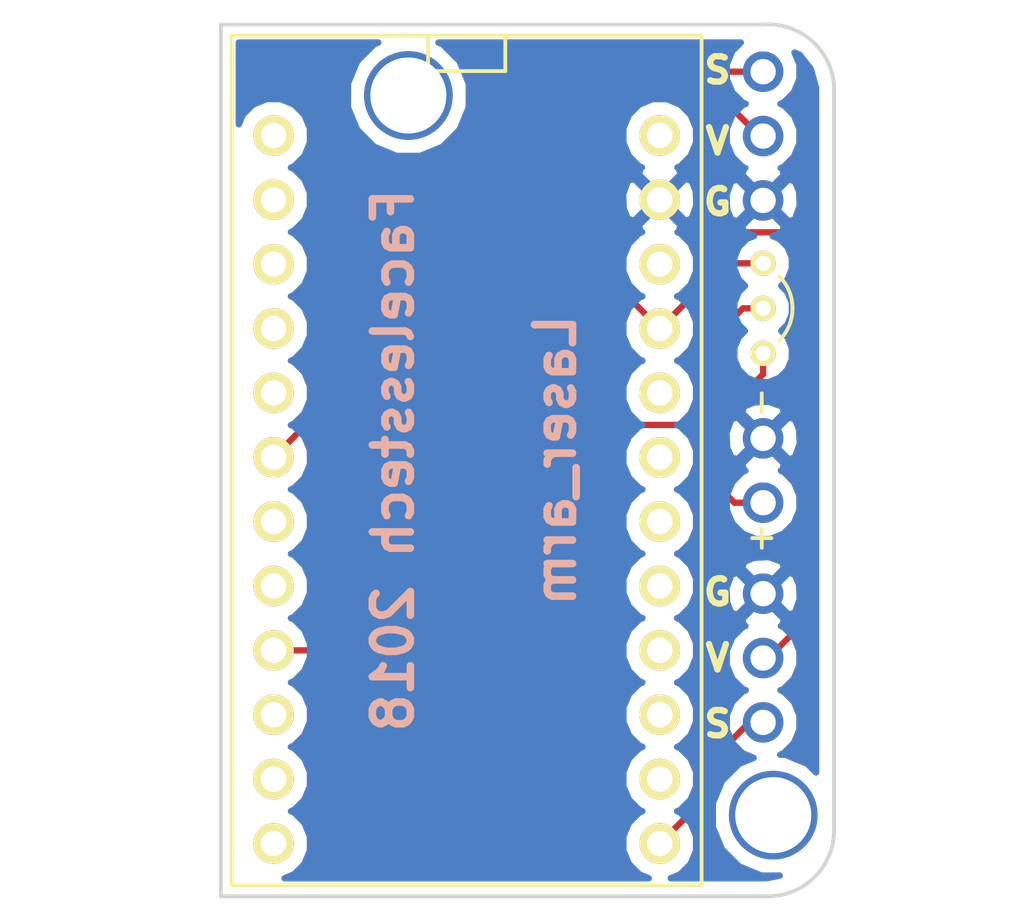
<source format=kicad_pcb>
(kicad_pcb (version 4) (host pcbnew 4.0.5+dfsg1-4)

  (general
    (links 10)
    (no_connects 0)
    (area 130.009523 86.704 170.590477 123.196)
    (thickness 1.6)
    (drawings 14)
    (tracks 40)
    (zones 0)
    (modules 10)
    (nets 26)
  )

  (page A4)
  (layers
    (0 F.Cu signal)
    (31 B.Cu signal)
    (32 B.Adhes user)
    (33 F.Adhes user)
    (34 B.Paste user)
    (35 F.Paste user)
    (36 B.SilkS user)
    (37 F.SilkS user)
    (38 B.Mask user)
    (39 F.Mask user)
    (40 Dwgs.User user)
    (41 Cmts.User user)
    (42 Eco1.User user)
    (43 Eco2.User user)
    (44 Edge.Cuts user)
    (45 Margin user)
    (46 B.CrtYd user)
    (47 F.CrtYd user)
    (48 B.Fab user)
    (49 F.Fab user)
  )

  (setup
    (last_trace_width 0.25)
    (trace_clearance 0.2)
    (zone_clearance 0.508)
    (zone_45_only no)
    (trace_min 0.2)
    (segment_width 0.2)
    (edge_width 0.15)
    (via_size 0.6)
    (via_drill 0.4)
    (via_min_size 0.4)
    (via_min_drill 0.3)
    (uvia_size 0.3)
    (uvia_drill 0.1)
    (uvias_allowed no)
    (uvia_min_size 0.2)
    (uvia_min_drill 0.1)
    (pcb_text_width 0.3)
    (pcb_text_size 1.5 1.5)
    (mod_edge_width 0.15)
    (mod_text_size 1 1)
    (mod_text_width 0.15)
    (pad_size 1.524 1.524)
    (pad_drill 0.762)
    (pad_to_mask_clearance 0.2)
    (aux_axis_origin 0 0)
    (visible_elements FFFFFF7F)
    (pcbplotparams
      (layerselection 0x010f0_80000001)
      (usegerberextensions false)
      (excludeedgelayer true)
      (linewidth 0.100000)
      (plotframeref false)
      (viasonmask false)
      (mode 1)
      (useauxorigin false)
      (hpglpennumber 1)
      (hpglpenspeed 20)
      (hpglpendiameter 15)
      (hpglpenoverlay 2)
      (psnegative false)
      (psa4output false)
      (plotreference true)
      (plotvalue true)
      (plotinvisibletext false)
      (padsonsilk false)
      (subtractmaskfromsilk false)
      (outputformat 1)
      (mirror false)
      (drillshape 0)
      (scaleselection 1)
      (outputdirectory gerbers/))
  )

  (net 0 "")
  (net 1 "Net-(Q1-Pad2)")
  (net 2 "Net-(Q1-Pad3)")
  (net 3 "Net-(Q1-Pad1)")
  (net 4 "Net-(U2-Pad12)")
  (net 5 "Net-(U2-Pad11)")
  (net 6 "Net-(U2-Pad13)")
  (net 7 "Net-(U2-Pad10)")
  (net 8 "Net-(U2-Pad8)")
  (net 9 "Net-(U2-Pad7)")
  (net 10 "Net-(U1-Pad3)")
  (net 11 "Net-(U2-Pad5)")
  (net 12 "Net-(U2-Pad4)")
  (net 13 "Net-(U2-Pad3)")
  (net 14 "Net-(U2-Pad2)")
  (net 15 "Net-(U2-Pad1)")
  (net 16 "Net-(U2-Pad14)")
  (net 17 "Net-(U2-Pad15)")
  (net 18 "Net-(U2-Pad16)")
  (net 19 "Net-(U2-Pad17)")
  (net 20 "Net-(U2-Pad18)")
  (net 21 "Net-(U2-Pad19)")
  (net 22 "Net-(U2-Pad20)")
  (net 23 "Net-(U2-Pad22)")
  (net 24 "Net-(U1-Pad1)")
  (net 25 "Net-(U2-Pad24)")

  (net_class Default "This is the default net class."
    (clearance 0.2)
    (trace_width 0.25)
    (via_dia 0.6)
    (via_drill 0.4)
    (uvia_dia 0.3)
    (uvia_drill 0.1)
    (add_net "Net-(Q1-Pad1)")
    (add_net "Net-(Q1-Pad2)")
    (add_net "Net-(Q1-Pad3)")
    (add_net "Net-(U1-Pad1)")
    (add_net "Net-(U1-Pad3)")
    (add_net "Net-(U2-Pad1)")
    (add_net "Net-(U2-Pad10)")
    (add_net "Net-(U2-Pad11)")
    (add_net "Net-(U2-Pad12)")
    (add_net "Net-(U2-Pad13)")
    (add_net "Net-(U2-Pad14)")
    (add_net "Net-(U2-Pad15)")
    (add_net "Net-(U2-Pad16)")
    (add_net "Net-(U2-Pad17)")
    (add_net "Net-(U2-Pad18)")
    (add_net "Net-(U2-Pad19)")
    (add_net "Net-(U2-Pad2)")
    (add_net "Net-(U2-Pad20)")
    (add_net "Net-(U2-Pad22)")
    (add_net "Net-(U2-Pad24)")
    (add_net "Net-(U2-Pad3)")
    (add_net "Net-(U2-Pad4)")
    (add_net "Net-(U2-Pad5)")
    (add_net "Net-(U2-Pad7)")
    (add_net "Net-(U2-Pad8)")
  )

  (module 2N2222:2N2222 (layer F.Cu) (tedit 5A675433) (tstamp 5A637652)
    (at 160.2 99 270)
    (path /5A6374E0)
    (fp_text reference Q1 (at 0 -1.778 270) (layer F.SilkS) hide
      (effects (font (size 1 1) (thickness 0.15)))
    )
    (fp_text value 2N2222 (at 0 2.286 270) (layer F.SilkS) hide
      (effects (font (size 1 1) (thickness 0.15)))
    )
    (fp_arc (start 0 0.635) (end -1.27 -0.635) (angle 90) (layer F.SilkS) (width 0.15))
    (pad 2 thru_hole circle (at 0 0 270) (size 1 1) (drill 0.6) (layers *.Cu *.Mask F.SilkS)
      (net 1 "Net-(Q1-Pad2)"))
    (pad 3 thru_hole circle (at 1.778 0 270) (size 1 1) (drill 0.6) (layers *.Cu *.Mask F.SilkS)
      (net 2 "Net-(Q1-Pad3)"))
    (pad 1 thru_hole circle (at -1.778 0 270) (size 1 1) (drill 0.6) (layers *.Cu *.Mask F.SilkS)
      (net 3 "Net-(Q1-Pad1)"))
  )

  (module arduino_leonard_custom:arduino_leonardo (layer F.Cu) (tedit 5A686AA2) (tstamp 5A63766E)
    (at 148.5011 105.0036)
    (path /5A637048)
    (fp_text reference U2 (at 3.175 0 90) (layer F.SilkS) hide
      (effects (font (size 1 1) (thickness 0.15)))
    )
    (fp_text value ARDUINO_PRO_MICRO (at -3.048 0 90) (layer F.SilkS) hide
      (effects (font (size 1 1) (thickness 0.15)))
    )
    (fp_line (start -1.524 -16.764) (end -1.524 -15.367) (layer F.SilkS) (width 0.15))
    (fp_line (start -1.524 -15.367) (end 1.524 -15.367) (layer F.SilkS) (width 0.15))
    (fp_line (start 1.524 -15.367) (end 1.524 -16.764) (layer F.SilkS) (width 0.15))
    (fp_line (start 9.144 -16.764) (end 9.271 -16.764) (layer F.SilkS) (width 0.15))
    (fp_line (start 9.271 -16.764) (end 9.271 16.764) (layer F.SilkS) (width 0.15))
    (fp_line (start 9.271 16.764) (end -9.271 16.764) (layer F.SilkS) (width 0.15))
    (fp_line (start -9.271 16.764) (end -9.271 -16.764) (layer F.SilkS) (width 0.15))
    (fp_line (start -9.271 -16.764) (end 9.144 -16.764) (layer F.SilkS) (width 0.15))
    (pad 12 thru_hole circle (at -7.62 15.113) (size 1.6 1.6) (drill 1) (layers *.Cu *.Mask F.SilkS)
      (net 4 "Net-(U2-Pad12)"))
    (pad 11 thru_hole circle (at -7.62 12.573) (size 1.6 1.6) (drill 1) (layers *.Cu *.Mask F.SilkS)
      (net 5 "Net-(U2-Pad11)"))
    (pad 13 thru_hole circle (at 7.62 15.113) (size 1.6 1.6) (drill 1) (layers *.Cu *.Mask F.SilkS)
      (net 6 "Net-(U2-Pad13)"))
    (pad 10 thru_hole circle (at -7.62 10.033) (size 1.6 1.6) (drill 1) (layers *.Cu *.Mask F.SilkS)
      (net 7 "Net-(U2-Pad10)"))
    (pad 9 thru_hole circle (at -7.62 7.493) (size 1.6 1.6) (drill 1) (layers *.Cu *.Mask F.SilkS)
      (net 1 "Net-(Q1-Pad2)"))
    (pad 8 thru_hole circle (at -7.62 4.953) (size 1.6 1.6) (drill 1) (layers *.Cu *.Mask F.SilkS)
      (net 8 "Net-(U2-Pad8)"))
    (pad 7 thru_hole circle (at -7.62 2.413) (size 1.6 1.6) (drill 1) (layers *.Cu *.Mask F.SilkS)
      (net 9 "Net-(U2-Pad7)"))
    (pad 6 thru_hole circle (at -7.62 -0.127) (size 1.6 1.6) (drill 1) (layers *.Cu *.Mask F.SilkS)
      (net 10 "Net-(U1-Pad3)"))
    (pad 5 thru_hole circle (at -7.62 -2.667) (size 1.6 1.6) (drill 1) (layers *.Cu *.Mask F.SilkS)
      (net 11 "Net-(U2-Pad5)"))
    (pad 4 thru_hole circle (at -7.62 -5.207) (size 1.6 1.6) (drill 1) (layers *.Cu *.Mask F.SilkS)
      (net 12 "Net-(U2-Pad4)"))
    (pad 3 thru_hole circle (at -7.62 -7.747) (size 1.6 1.6) (drill 1) (layers *.Cu *.Mask F.SilkS)
      (net 13 "Net-(U2-Pad3)"))
    (pad 2 thru_hole circle (at -7.62 -10.287) (size 1.6 1.6) (drill 1) (layers *.Cu *.Mask F.SilkS)
      (net 14 "Net-(U2-Pad2)"))
    (pad 1 thru_hole circle (at -7.62 -12.827) (size 1.6 1.6) (drill 1) (layers *.Cu *.Mask F.SilkS)
      (net 15 "Net-(U2-Pad1)"))
    (pad 14 thru_hole circle (at 7.62 12.573) (size 1.6 1.6) (drill 1) (layers *.Cu *.Mask F.SilkS)
      (net 16 "Net-(U2-Pad14)"))
    (pad 15 thru_hole circle (at 7.62 10.033) (size 1.6 1.6) (drill 1) (layers *.Cu *.Mask F.SilkS)
      (net 17 "Net-(U2-Pad15)"))
    (pad 16 thru_hole circle (at 7.62 7.493) (size 1.6 1.6) (drill 1) (layers *.Cu *.Mask F.SilkS)
      (net 18 "Net-(U2-Pad16)"))
    (pad 17 thru_hole circle (at 7.62 4.953) (size 1.6 1.6) (drill 1) (layers *.Cu *.Mask F.SilkS)
      (net 19 "Net-(U2-Pad17)"))
    (pad 18 thru_hole circle (at 7.62 2.413) (size 1.6 1.6) (drill 1) (layers *.Cu *.Mask F.SilkS)
      (net 20 "Net-(U2-Pad18)"))
    (pad 19 thru_hole circle (at 7.62 -0.127) (size 1.6 1.6) (drill 1) (layers *.Cu *.Mask F.SilkS)
      (net 21 "Net-(U2-Pad19)"))
    (pad 20 thru_hole circle (at 7.62 -2.667) (size 1.6 1.6) (drill 1) (layers *.Cu *.Mask F.SilkS)
      (net 22 "Net-(U2-Pad20)"))
    (pad 21 thru_hole circle (at 7.62 -5.207) (size 1.6 1.6) (drill 1) (layers *.Cu *.Mask F.SilkS)
      (net 3 "Net-(Q1-Pad1)"))
    (pad 22 thru_hole circle (at 7.62 -7.747) (size 1.6 1.6) (drill 1) (layers *.Cu *.Mask F.SilkS)
      (net 23 "Net-(U2-Pad22)"))
    (pad 23 thru_hole circle (at 7.62 -10.287) (size 1.6 1.6) (drill 1) (layers *.Cu *.Mask F.SilkS)
      (net 24 "Net-(U1-Pad1)"))
    (pad 24 thru_hole circle (at 7.62 -12.827) (size 1.6 1.6) (drill 1) (layers *.Cu *.Mask F.SilkS)
      (net 25 "Net-(U2-Pad24)"))
  )

  (module laser_custom:laser_custom (layer F.Cu) (tedit 5A637965) (tstamp 5A63794F)
    (at 160.2 105.4 90)
    (path /5A637731)
    (fp_text reference U4 (at 0 2.286 90) (layer F.SilkS) hide
      (effects (font (size 1 1) (thickness 0.15)))
    )
    (fp_text value laser_custom (at 0 -1.651 90) (layer F.Fab) hide
      (effects (font (size 1 1) (thickness 0.15)))
    )
    (fp_text user + (at -2.667 -0.127 90) (layer F.SilkS)
      (effects (font (size 1 1) (thickness 0.15)))
    )
    (fp_text user - (at 2.667 -0.127 90) (layer F.SilkS)
      (effects (font (size 1 1) (thickness 0.15)))
    )
    (pad 1 thru_hole circle (at -1.27 0 90) (size 1.6 1.6) (drill 1) (layers *.Cu *.Mask)
      (net 2 "Net-(Q1-Pad3)"))
    (pad 2 thru_hole circle (at 1.27 0 90) (size 1.6 1.6) (drill 1) (layers *.Cu *.Mask)
      (net 24 "Net-(U1-Pad1)"))
  )

  (module servo_custom:servo_custom (layer F.Cu) (tedit 5A67541D) (tstamp 5A6752C5)
    (at 160.2 112.8 270)
    (path /5A637441)
    (fp_text reference U3 (at 0 2.413 270) (layer F.SilkS) hide
      (effects (font (size 1 1) (thickness 0.15)))
    )
    (fp_text value servo_custom (at 0 -2.286 270) (layer F.Fab) hide
      (effects (font (size 1 1) (thickness 0.15)))
    )
    (pad 2 thru_hole circle (at 0 0 270) (size 1.6 1.6) (drill 1) (layers *.Cu *.Mask)
      (net 3 "Net-(Q1-Pad1)"))
    (pad 1 thru_hole circle (at -2.54 0 270) (size 1.6 1.6) (drill 1) (layers *.Cu *.Mask)
      (net 24 "Net-(U1-Pad1)"))
    (pad 3 thru_hole circle (at 2.54 0 270) (size 1.6 1.6) (drill 1) (layers *.Cu *.Mask)
      (net 6 "Net-(U2-Pad13)"))
  )

  (module m3_hole_custom:m3_hole_custom (layer F.Cu) (tedit 5A6B09A2) (tstamp 5A9FBC50)
    (at 136.4 119.2)
    (fp_text reference REF** (at 0 2.921) (layer F.SilkS) hide
      (effects (font (size 1 1) (thickness 0.15)))
    )
    (fp_text value m3_hole_custom (at 0 -2.921) (layer F.Fab) hide
      (effects (font (size 1 1) (thickness 0.15)))
    )
  )

  (module m3_hole_custom:m3_hole_custom (layer F.Cu) (tedit 5A6B0B2D) (tstamp 5A9FBC59)
    (at 164.2 90.6)
    (fp_text reference REF** (at 0 2.921) (layer F.SilkS) hide
      (effects (font (size 1 1) (thickness 0.15)))
    )
    (fp_text value m3_hole_custom (at 0 -2.921) (layer F.Fab) hide
      (effects (font (size 1 1) (thickness 0.15)))
    )
  )

  (module m3_hole_custom:m3_hole_custom (layer F.Cu) (tedit 5A6B09AE) (tstamp 5A9FBC67)
    (at 136.4 90.6)
    (fp_text reference REF** (at 0 2.921) (layer F.SilkS) hide
      (effects (font (size 1 1) (thickness 0.15)))
    )
    (fp_text value m3_hole_custom (at 0 -2.921) (layer F.Fab) hide
      (effects (font (size 1 1) (thickness 0.15)))
    )
  )

  (module m3_hole_custom:m3_hole_custom (layer F.Cu) (tedit 5A686703) (tstamp 5A9FBC70)
    (at 160.6 119)
    (fp_text reference REF** (at 0 2.921) (layer F.SilkS) hide
      (effects (font (size 1 1) (thickness 0.15)))
    )
    (fp_text value m3_hole_custom (at 0 -2.921) (layer F.Fab) hide
      (effects (font (size 1 1) (thickness 0.15)))
    )
    (pad 1 thru_hole circle (at 0 0) (size 3.5 3.5) (drill 3) (layers *.Cu *.Mask))
  )

  (module servo_custom:servo_custom (layer F.Cu) (tedit 5A68699D) (tstamp 5A9FBCE0)
    (at 160.2 92.2 90)
    (path /5A6373D8)
    (fp_text reference U1 (at 0 2.413 90) (layer F.SilkS) hide
      (effects (font (size 1 1) (thickness 0.15)))
    )
    (fp_text value servo_custom (at 0 -2.286 90) (layer F.Fab) hide
      (effects (font (size 1 1) (thickness 0.15)))
    )
    (pad 2 thru_hole circle (at 0 0 90) (size 1.6 1.6) (drill 1) (layers *.Cu *.Mask)
      (net 3 "Net-(Q1-Pad1)"))
    (pad 1 thru_hole circle (at -2.54 0 90) (size 1.6 1.6) (drill 1) (layers *.Cu *.Mask)
      (net 24 "Net-(U1-Pad1)"))
    (pad 3 thru_hole circle (at 2.54 0 90) (size 1.6 1.6) (drill 1) (layers *.Cu *.Mask)
      (net 10 "Net-(U1-Pad3)"))
  )

  (module m3_hole_custom:m3_hole_custom (layer F.Cu) (tedit 5A6B0F63) (tstamp 5A6E5DAB)
    (at 146.2 90.6)
    (fp_text reference REF** (at 0 2.921) (layer F.SilkS) hide
      (effects (font (size 1 1) (thickness 0.15)))
    )
    (fp_text value m3_hole_custom (at 0 -2.921) (layer F.Fab) hide
      (effects (font (size 1 1) (thickness 0.15)))
    )
    (pad 1 thru_hole circle (at 0 0) (size 3.5 3.5) (drill 3) (layers *.Cu *.Mask))
  )

  (gr_line (start 160.2 87.8) (end 138.8 87.8) (angle 90) (layer Edge.Cuts) (width 0.15))
  (gr_line (start 163 119.6) (end 163 90.2) (angle 90) (layer Edge.Cuts) (width 0.15))
  (gr_line (start 160.4 122.2) (end 138.8 122.2) (angle 90) (layer Edge.Cuts) (width 0.15))
  (gr_line (start 138.8 87.8) (end 138.8 122.2) (angle 90) (layer Edge.Cuts) (width 0.15))
  (gr_text Laser_arm (at 152 105 90) (layer B.SilkS)
    (effects (font (size 1.5 1.5) (thickness 0.3)) (justify mirror))
  )
  (gr_text "Facelesstech 2018" (at 145.6 105 90) (layer B.SilkS)
    (effects (font (size 1.5 1.5) (thickness 0.3)) (justify mirror))
  )
  (gr_text S (at 158.4 115.4) (layer F.SilkS)
    (effects (font (size 1 1) (thickness 0.25)))
  )
  (gr_text V (at 158.4 112.8) (layer F.SilkS)
    (effects (font (size 1 1) (thickness 0.25)))
  )
  (gr_text G (at 158.4 110.2) (layer F.SilkS)
    (effects (font (size 1 1) (thickness 0.25)))
  )
  (gr_text G (at 158.4 94.8) (layer F.SilkS)
    (effects (font (size 1 1) (thickness 0.25)))
  )
  (gr_text V (at 158.4 92.4) (layer F.SilkS)
    (effects (font (size 1 1) (thickness 0.25)))
  )
  (gr_text S (at 158.4 89.6) (layer F.SilkS)
    (effects (font (size 1 1) (thickness 0.25)))
  )
  (gr_arc (start 160.4 90.4) (end 160.2 87.8) (angle 90) (layer Edge.Cuts) (width 0.15))
  (gr_arc (start 160.4 119.6) (end 163 119.6) (angle 90) (layer Edge.Cuts) (width 0.15))

  (segment (start 160.2 99) (end 159.4 99) (width 0.25) (layer F.Cu) (net 1))
  (segment (start 143.9034 112.4966) (end 140.8811 112.4966) (width 0.25) (layer F.Cu) (net 1) (tstamp 5A6E5E50))
  (segment (start 152.8 103.6) (end 143.9034 112.4966) (width 0.25) (layer F.Cu) (net 1) (tstamp 5A6E5E4E))
  (segment (start 157.2 103.6) (end 152.8 103.6) (width 0.25) (layer F.Cu) (net 1) (tstamp 5A6E5E4D))
  (segment (start 158 102.8) (end 157.2 103.6) (width 0.25) (layer F.Cu) (net 1) (tstamp 5A6E5E4C))
  (segment (start 158 100.4) (end 158 102.8) (width 0.25) (layer F.Cu) (net 1) (tstamp 5A6E5E4A))
  (segment (start 159.4 99) (end 158 100.4) (width 0.25) (layer F.Cu) (net 1) (tstamp 5A6E5E49))
  (segment (start 160.2 106.67) (end 159.07 106.67) (width 0.25) (layer F.Cu) (net 2))
  (segment (start 160.2 101.6) (end 160.2 100.778) (width 0.25) (layer F.Cu) (net 2) (tstamp 5A6E5E8A))
  (segment (start 158.2 103.6) (end 160.2 101.6) (width 0.25) (layer F.Cu) (net 2) (tstamp 5A6E5E88))
  (segment (start 158.2 105.8) (end 158.2 103.6) (width 0.25) (layer F.Cu) (net 2) (tstamp 5A6E5E87))
  (segment (start 159.07 106.67) (end 158.2 105.8) (width 0.25) (layer F.Cu) (net 2) (tstamp 5A6E5E86))
  (segment (start 160.2 97.222) (end 158.6957 97.222) (width 0.25) (layer F.Cu) (net 3))
  (segment (start 158.6957 97.222) (end 158.2 97.7177) (width 0.25) (layer F.Cu) (net 3) (tstamp 5A6E5E70))
  (segment (start 160.2 112.8) (end 160.4 112.8) (width 0.25) (layer F.Cu) (net 3))
  (segment (start 160.4 112.8) (end 162.2 111) (width 0.25) (layer F.Cu) (net 3) (tstamp 5A6E5E65))
  (segment (start 162.2 111) (end 162.2 96.8) (width 0.25) (layer F.Cu) (net 3) (tstamp 5A6E5E66))
  (segment (start 162.2 96.8) (end 161.4 96) (width 0.25) (layer F.Cu) (net 3) (tstamp 5A6E5E68))
  (segment (start 161.4 96) (end 159.2 96) (width 0.25) (layer F.Cu) (net 3) (tstamp 5A6E5E69))
  (segment (start 159.2 96) (end 158.2 97) (width 0.25) (layer F.Cu) (net 3) (tstamp 5A6E5E6A))
  (segment (start 158.2 97) (end 158.2 97.7177) (width 0.25) (layer F.Cu) (net 3) (tstamp 5A6E5E6B))
  (segment (start 158.2 97.7177) (end 156.1211 99.7966) (width 0.25) (layer F.Cu) (net 3) (tstamp 5A6E5E6D))
  (segment (start 160.2 92.2) (end 160.066598 92.2) (width 0.25) (layer F.Cu) (net 3))
  (segment (start 160.066598 92.2) (end 157.666598 89.8) (width 0.25) (layer F.Cu) (net 3) (tstamp 5A67532D))
  (segment (start 157.666598 89.8) (end 155.8 89.8) (width 0.25) (layer F.Cu) (net 3) (tstamp 5A67532E))
  (segment (start 155.8 89.8) (end 154.4 91.2) (width 0.25) (layer F.Cu) (net 3) (tstamp 5A67533B))
  (segment (start 154.4 91.2) (end 154.4 98.0755) (width 0.25) (layer F.Cu) (net 3) (tstamp 5A67533D))
  (segment (start 154.4 98.0755) (end 156.1211 99.7966) (width 0.25) (layer F.Cu) (net 3) (tstamp 5A67533F))
  (segment (start 156.1211 99.7966) (end 156.1966 99.7966) (width 0.25) (layer F.Cu) (net 3))
  (segment (start 160.2 115.34) (end 159.66 115.34) (width 0.25) (layer F.Cu) (net 6))
  (segment (start 159.66 115.34) (end 157.8 117.2) (width 0.25) (layer F.Cu) (net 6) (tstamp 5A6E5E54))
  (segment (start 157.8 117.2) (end 157.8 118.4377) (width 0.25) (layer F.Cu) (net 6) (tstamp 5A6E5E55))
  (segment (start 157.8 118.4377) (end 156.1211 120.1166) (width 0.25) (layer F.Cu) (net 6) (tstamp 5A6E5E57))
  (segment (start 156.1445 120.14) (end 156.1211 120.1166) (width 0.25) (layer F.Cu) (net 6) (tstamp 5A6751DA))
  (segment (start 160.2 89.66) (end 158.66 89.66) (width 0.25) (layer F.Cu) (net 10))
  (segment (start 153 92.7577) (end 140.8811 104.8766) (width 0.25) (layer F.Cu) (net 10) (tstamp 5A6E5DA3))
  (segment (start 153 90.8) (end 153 92.7577) (width 0.25) (layer F.Cu) (net 10) (tstamp 5A6E5DA1))
  (segment (start 154.8 89) (end 153 90.8) (width 0.25) (layer F.Cu) (net 10) (tstamp 5A6E5D9F))
  (segment (start 158 89) (end 154.8 89) (width 0.25) (layer F.Cu) (net 10) (tstamp 5A6E5D9E))
  (segment (start 158.66 89.66) (end 158 89) (width 0.25) (layer F.Cu) (net 10) (tstamp 5A6E5D9D))

  (zone (net 24) (net_name "Net-(U1-Pad1)") (layer B.Cu) (tstamp 5A6E5E47) (hatch edge 0.508)
    (connect_pads (clearance 0.508))
    (min_thickness 0.254)
    (fill yes (arc_segments 16) (thermal_gap 0.508) (thermal_bridge_width 0.508))
    (polygon
      (pts
        (xy 162.4 89.2) (xy 162.6 91) (xy 162.6 119.6) (xy 162 121.4) (xy 160.6 121.8)
        (xy 139.2 121.8) (xy 139.2 88.2) (xy 160.2 88.2)
      )
    )
    (filled_polygon
      (pts
        (xy 144.850771 88.576916) (xy 144.179274 89.247242) (xy 143.815415 90.123513) (xy 143.814587 91.072325) (xy 144.176916 91.949229)
        (xy 144.847242 92.620726) (xy 145.723513 92.984585) (xy 146.672325 92.985413) (xy 147.549229 92.623084) (xy 147.711809 92.460787)
        (xy 154.685852 92.460787) (xy 154.903857 92.9884) (xy 155.307177 93.392424) (xy 155.421868 93.440048) (xy 155.367095 93.462736)
        (xy 155.292961 93.708855) (xy 156.1211 94.536995) (xy 156.949239 93.708855) (xy 156.875105 93.462736) (xy 156.816846 93.441795)
        (xy 156.9329 93.393843) (xy 157.336924 92.990523) (xy 157.55585 92.463291) (xy 157.556348 91.892413) (xy 157.338343 91.3648)
        (xy 156.935023 90.960776) (xy 156.407791 90.74185) (xy 155.836913 90.741352) (xy 155.3093 90.959357) (xy 154.905276 91.362677)
        (xy 154.68635 91.889909) (xy 154.685852 92.460787) (xy 147.711809 92.460787) (xy 148.220726 91.952758) (xy 148.584585 91.076487)
        (xy 148.585413 90.127675) (xy 148.223084 89.250771) (xy 147.552758 88.579274) (xy 147.385927 88.51) (xy 159.32084 88.51)
        (xy 158.984176 88.846077) (xy 158.76525 89.373309) (xy 158.764752 89.944187) (xy 158.982757 90.4718) (xy 159.386077 90.875824)
        (xy 159.516215 90.929862) (xy 159.3882 90.982757) (xy 158.984176 91.386077) (xy 158.76525 91.913309) (xy 158.764752 92.484187)
        (xy 158.982757 93.0118) (xy 159.386077 93.415824) (xy 159.500768 93.463448) (xy 159.445995 93.486136) (xy 159.371861 93.732255)
        (xy 160.2 94.560395) (xy 161.028139 93.732255) (xy 160.954005 93.486136) (xy 160.895746 93.465195) (xy 161.0118 93.417243)
        (xy 161.415824 93.013923) (xy 161.63475 92.486691) (xy 161.635248 91.915813) (xy 161.417243 91.3882) (xy 161.013923 90.984176)
        (xy 160.883785 90.930138) (xy 161.0118 90.877243) (xy 161.415824 90.473923) (xy 161.63475 89.946691) (xy 161.635248 89.375813)
        (xy 161.439931 88.903109) (xy 161.647841 88.997614) (xy 162.079962 89.547755) (xy 162.29 90.297566) (xy 162.29 117.317105)
        (xy 161.952758 116.979274) (xy 161.076487 116.615415) (xy 160.871446 116.615236) (xy 161.0118 116.557243) (xy 161.415824 116.153923)
        (xy 161.63475 115.626691) (xy 161.635248 115.055813) (xy 161.417243 114.5282) (xy 161.013923 114.124176) (xy 160.883785 114.070138)
        (xy 161.0118 114.017243) (xy 161.415824 113.613923) (xy 161.63475 113.086691) (xy 161.635248 112.515813) (xy 161.417243 111.9882)
        (xy 161.013923 111.584176) (xy 160.899232 111.536552) (xy 160.954005 111.513864) (xy 161.028139 111.267745) (xy 160.2 110.439605)
        (xy 159.371861 111.267745) (xy 159.445995 111.513864) (xy 159.504254 111.534805) (xy 159.3882 111.582757) (xy 158.984176 111.986077)
        (xy 158.76525 112.513309) (xy 158.764752 113.084187) (xy 158.982757 113.6118) (xy 159.386077 114.015824) (xy 159.516215 114.069862)
        (xy 159.3882 114.122757) (xy 158.984176 114.526077) (xy 158.76525 115.053309) (xy 158.764752 115.624187) (xy 158.982757 116.1518)
        (xy 159.386077 116.555824) (xy 159.826894 116.738867) (xy 159.250771 116.976916) (xy 158.579274 117.647242) (xy 158.215415 118.523513)
        (xy 158.214587 119.472325) (xy 158.576916 120.349229) (xy 159.247242 121.020726) (xy 160.123513 121.384585) (xy 160.85681 121.385225)
        (xy 160.330069 121.49) (xy 156.554971 121.49) (xy 156.9329 121.333843) (xy 157.336924 120.930523) (xy 157.55585 120.403291)
        (xy 157.556348 119.832413) (xy 157.338343 119.3048) (xy 156.935023 118.900776) (xy 156.804885 118.846738) (xy 156.9329 118.793843)
        (xy 157.336924 118.390523) (xy 157.55585 117.863291) (xy 157.556348 117.292413) (xy 157.338343 116.7648) (xy 156.935023 116.360776)
        (xy 156.804885 116.306738) (xy 156.9329 116.253843) (xy 157.336924 115.850523) (xy 157.55585 115.323291) (xy 157.556348 114.752413)
        (xy 157.338343 114.2248) (xy 156.935023 113.820776) (xy 156.804885 113.766738) (xy 156.9329 113.713843) (xy 157.336924 113.310523)
        (xy 157.55585 112.783291) (xy 157.556348 112.212413) (xy 157.338343 111.6848) (xy 156.935023 111.280776) (xy 156.804885 111.226738)
        (xy 156.9329 111.173843) (xy 157.336924 110.770523) (xy 157.55585 110.243291) (xy 157.556024 110.043223) (xy 158.753035 110.043223)
        (xy 158.780222 110.613454) (xy 158.946136 111.014005) (xy 159.192255 111.088139) (xy 160.020395 110.26) (xy 160.379605 110.26)
        (xy 161.207745 111.088139) (xy 161.453864 111.014005) (xy 161.646965 110.476777) (xy 161.619778 109.906546) (xy 161.453864 109.505995)
        (xy 161.207745 109.431861) (xy 160.379605 110.26) (xy 160.020395 110.26) (xy 159.192255 109.431861) (xy 158.946136 109.505995)
        (xy 158.753035 110.043223) (xy 157.556024 110.043223) (xy 157.556348 109.672413) (xy 157.382743 109.252255) (xy 159.371861 109.252255)
        (xy 160.2 110.080395) (xy 161.028139 109.252255) (xy 160.954005 109.006136) (xy 160.416777 108.813035) (xy 159.846546 108.840222)
        (xy 159.445995 109.006136) (xy 159.371861 109.252255) (xy 157.382743 109.252255) (xy 157.338343 109.1448) (xy 156.935023 108.740776)
        (xy 156.804885 108.686738) (xy 156.9329 108.633843) (xy 157.336924 108.230523) (xy 157.55585 107.703291) (xy 157.556348 107.132413)
        (xy 157.482707 106.954187) (xy 158.764752 106.954187) (xy 158.982757 107.4818) (xy 159.386077 107.885824) (xy 159.913309 108.10475)
        (xy 160.484187 108.105248) (xy 161.0118 107.887243) (xy 161.415824 107.483923) (xy 161.63475 106.956691) (xy 161.635248 106.385813)
        (xy 161.417243 105.8582) (xy 161.013923 105.454176) (xy 160.899232 105.406552) (xy 160.954005 105.383864) (xy 161.028139 105.137745)
        (xy 160.2 104.309605) (xy 159.371861 105.137745) (xy 159.445995 105.383864) (xy 159.504254 105.404805) (xy 159.3882 105.452757)
        (xy 158.984176 105.856077) (xy 158.76525 106.383309) (xy 158.764752 106.954187) (xy 157.482707 106.954187) (xy 157.338343 106.6048)
        (xy 156.935023 106.200776) (xy 156.804885 106.146738) (xy 156.9329 106.093843) (xy 157.336924 105.690523) (xy 157.55585 105.163291)
        (xy 157.556348 104.592413) (xy 157.338343 104.0648) (xy 157.187031 103.913223) (xy 158.753035 103.913223) (xy 158.780222 104.483454)
        (xy 158.946136 104.884005) (xy 159.192255 104.958139) (xy 160.020395 104.13) (xy 160.379605 104.13) (xy 161.207745 104.958139)
        (xy 161.453864 104.884005) (xy 161.646965 104.346777) (xy 161.619778 103.776546) (xy 161.453864 103.375995) (xy 161.207745 103.301861)
        (xy 160.379605 104.13) (xy 160.020395 104.13) (xy 159.192255 103.301861) (xy 158.946136 103.375995) (xy 158.753035 103.913223)
        (xy 157.187031 103.913223) (xy 156.935023 103.660776) (xy 156.804885 103.606738) (xy 156.9329 103.553843) (xy 157.336924 103.150523)
        (xy 157.348661 103.122255) (xy 159.371861 103.122255) (xy 160.2 103.950395) (xy 161.028139 103.122255) (xy 160.954005 102.876136)
        (xy 160.416777 102.683035) (xy 159.846546 102.710222) (xy 159.445995 102.876136) (xy 159.371861 103.122255) (xy 157.348661 103.122255)
        (xy 157.55585 102.623291) (xy 157.556348 102.052413) (xy 157.338343 101.5248) (xy 156.935023 101.120776) (xy 156.804885 101.066738)
        (xy 156.9329 101.013843) (xy 157.336924 100.610523) (xy 157.55585 100.083291) (xy 157.556348 99.512413) (xy 157.338343 98.9848)
        (xy 156.935023 98.580776) (xy 156.804885 98.526738) (xy 156.9329 98.473843) (xy 157.336924 98.070523) (xy 157.55585 97.543291)
        (xy 157.555934 97.446775) (xy 159.064803 97.446775) (xy 159.237233 97.864086) (xy 159.483867 98.111151) (xy 159.238355 98.356235)
        (xy 159.065197 98.773244) (xy 159.064803 99.224775) (xy 159.237233 99.642086) (xy 159.483867 99.889151) (xy 159.238355 100.134235)
        (xy 159.065197 100.551244) (xy 159.064803 101.002775) (xy 159.237233 101.420086) (xy 159.556235 101.739645) (xy 159.973244 101.912803)
        (xy 160.424775 101.913197) (xy 160.842086 101.740767) (xy 161.161645 101.421765) (xy 161.334803 101.004756) (xy 161.335197 100.553225)
        (xy 161.162767 100.135914) (xy 160.916133 99.888849) (xy 161.161645 99.643765) (xy 161.334803 99.226756) (xy 161.335197 98.775225)
        (xy 161.162767 98.357914) (xy 160.916133 98.110849) (xy 161.161645 97.865765) (xy 161.334803 97.448756) (xy 161.335197 96.997225)
        (xy 161.162767 96.579914) (xy 160.843765 96.260355) (xy 160.577532 96.149805) (xy 160.954005 95.993864) (xy 161.028139 95.747745)
        (xy 160.2 94.919605) (xy 159.371861 95.747745) (xy 159.445995 95.993864) (xy 159.849308 96.138831) (xy 159.557914 96.259233)
        (xy 159.238355 96.578235) (xy 159.065197 96.995244) (xy 159.064803 97.446775) (xy 157.555934 97.446775) (xy 157.556348 96.972413)
        (xy 157.338343 96.4448) (xy 156.935023 96.040776) (xy 156.820332 95.993152) (xy 156.875105 95.970464) (xy 156.949239 95.724345)
        (xy 156.1211 94.896205) (xy 155.292961 95.724345) (xy 155.367095 95.970464) (xy 155.425354 95.991405) (xy 155.3093 96.039357)
        (xy 154.905276 96.442677) (xy 154.68635 96.969909) (xy 154.685852 97.540787) (xy 154.903857 98.0684) (xy 155.307177 98.472424)
        (xy 155.437315 98.526462) (xy 155.3093 98.579357) (xy 154.905276 98.982677) (xy 154.68635 99.509909) (xy 154.685852 100.080787)
        (xy 154.903857 100.6084) (xy 155.307177 101.012424) (xy 155.437315 101.066462) (xy 155.3093 101.119357) (xy 154.905276 101.522677)
        (xy 154.68635 102.049909) (xy 154.685852 102.620787) (xy 154.903857 103.1484) (xy 155.307177 103.552424) (xy 155.437315 103.606462)
        (xy 155.3093 103.659357) (xy 154.905276 104.062677) (xy 154.68635 104.589909) (xy 154.685852 105.160787) (xy 154.903857 105.6884)
        (xy 155.307177 106.092424) (xy 155.437315 106.146462) (xy 155.3093 106.199357) (xy 154.905276 106.602677) (xy 154.68635 107.129909)
        (xy 154.685852 107.700787) (xy 154.903857 108.2284) (xy 155.307177 108.632424) (xy 155.437315 108.686462) (xy 155.3093 108.739357)
        (xy 154.905276 109.142677) (xy 154.68635 109.669909) (xy 154.685852 110.240787) (xy 154.903857 110.7684) (xy 155.307177 111.172424)
        (xy 155.437315 111.226462) (xy 155.3093 111.279357) (xy 154.905276 111.682677) (xy 154.68635 112.209909) (xy 154.685852 112.780787)
        (xy 154.903857 113.3084) (xy 155.307177 113.712424) (xy 155.437315 113.766462) (xy 155.3093 113.819357) (xy 154.905276 114.222677)
        (xy 154.68635 114.749909) (xy 154.685852 115.320787) (xy 154.903857 115.8484) (xy 155.307177 116.252424) (xy 155.437315 116.306462)
        (xy 155.3093 116.359357) (xy 154.905276 116.762677) (xy 154.68635 117.289909) (xy 154.685852 117.860787) (xy 154.903857 118.3884)
        (xy 155.307177 118.792424) (xy 155.437315 118.846462) (xy 155.3093 118.899357) (xy 154.905276 119.302677) (xy 154.68635 119.829909)
        (xy 154.685852 120.400787) (xy 154.903857 120.9284) (xy 155.307177 121.332424) (xy 155.686662 121.49) (xy 141.314971 121.49)
        (xy 141.6929 121.333843) (xy 142.096924 120.930523) (xy 142.31585 120.403291) (xy 142.316348 119.832413) (xy 142.098343 119.3048)
        (xy 141.695023 118.900776) (xy 141.564885 118.846738) (xy 141.6929 118.793843) (xy 142.096924 118.390523) (xy 142.31585 117.863291)
        (xy 142.316348 117.292413) (xy 142.098343 116.7648) (xy 141.695023 116.360776) (xy 141.564885 116.306738) (xy 141.6929 116.253843)
        (xy 142.096924 115.850523) (xy 142.31585 115.323291) (xy 142.316348 114.752413) (xy 142.098343 114.2248) (xy 141.695023 113.820776)
        (xy 141.564885 113.766738) (xy 141.6929 113.713843) (xy 142.096924 113.310523) (xy 142.31585 112.783291) (xy 142.316348 112.212413)
        (xy 142.098343 111.6848) (xy 141.695023 111.280776) (xy 141.564885 111.226738) (xy 141.6929 111.173843) (xy 142.096924 110.770523)
        (xy 142.31585 110.243291) (xy 142.316348 109.672413) (xy 142.098343 109.1448) (xy 141.695023 108.740776) (xy 141.564885 108.686738)
        (xy 141.6929 108.633843) (xy 142.096924 108.230523) (xy 142.31585 107.703291) (xy 142.316348 107.132413) (xy 142.098343 106.6048)
        (xy 141.695023 106.200776) (xy 141.564885 106.146738) (xy 141.6929 106.093843) (xy 142.096924 105.690523) (xy 142.31585 105.163291)
        (xy 142.316348 104.592413) (xy 142.098343 104.0648) (xy 141.695023 103.660776) (xy 141.564885 103.606738) (xy 141.6929 103.553843)
        (xy 142.096924 103.150523) (xy 142.31585 102.623291) (xy 142.316348 102.052413) (xy 142.098343 101.5248) (xy 141.695023 101.120776)
        (xy 141.564885 101.066738) (xy 141.6929 101.013843) (xy 142.096924 100.610523) (xy 142.31585 100.083291) (xy 142.316348 99.512413)
        (xy 142.098343 98.9848) (xy 141.695023 98.580776) (xy 141.564885 98.526738) (xy 141.6929 98.473843) (xy 142.096924 98.070523)
        (xy 142.31585 97.543291) (xy 142.316348 96.972413) (xy 142.098343 96.4448) (xy 141.695023 96.040776) (xy 141.564885 95.986738)
        (xy 141.6929 95.933843) (xy 142.096924 95.530523) (xy 142.31585 95.003291) (xy 142.316289 94.499823) (xy 154.674135 94.499823)
        (xy 154.701322 95.070054) (xy 154.867236 95.470605) (xy 155.113355 95.544739) (xy 155.941495 94.7166) (xy 156.300705 94.7166)
        (xy 157.128845 95.544739) (xy 157.374964 95.470605) (xy 157.568065 94.933377) (xy 157.548511 94.523223) (xy 158.753035 94.523223)
        (xy 158.780222 95.093454) (xy 158.946136 95.494005) (xy 159.192255 95.568139) (xy 160.020395 94.74) (xy 160.379605 94.74)
        (xy 161.207745 95.568139) (xy 161.453864 95.494005) (xy 161.646965 94.956777) (xy 161.619778 94.386546) (xy 161.453864 93.985995)
        (xy 161.207745 93.911861) (xy 160.379605 94.74) (xy 160.020395 94.74) (xy 159.192255 93.911861) (xy 158.946136 93.985995)
        (xy 158.753035 94.523223) (xy 157.548511 94.523223) (xy 157.540878 94.363146) (xy 157.374964 93.962595) (xy 157.128845 93.888461)
        (xy 156.300705 94.7166) (xy 155.941495 94.7166) (xy 155.113355 93.888461) (xy 154.867236 93.962595) (xy 154.674135 94.499823)
        (xy 142.316289 94.499823) (xy 142.316348 94.432413) (xy 142.098343 93.9048) (xy 141.695023 93.500776) (xy 141.564885 93.446738)
        (xy 141.6929 93.393843) (xy 142.096924 92.990523) (xy 142.31585 92.463291) (xy 142.316348 91.892413) (xy 142.098343 91.3648)
        (xy 141.695023 90.960776) (xy 141.167791 90.74185) (xy 140.596913 90.741352) (xy 140.0693 90.959357) (xy 139.665276 91.362677)
        (xy 139.51 91.736623) (xy 139.51 88.51) (xy 145.01272 88.51)
      )
    )
  )
)

</source>
